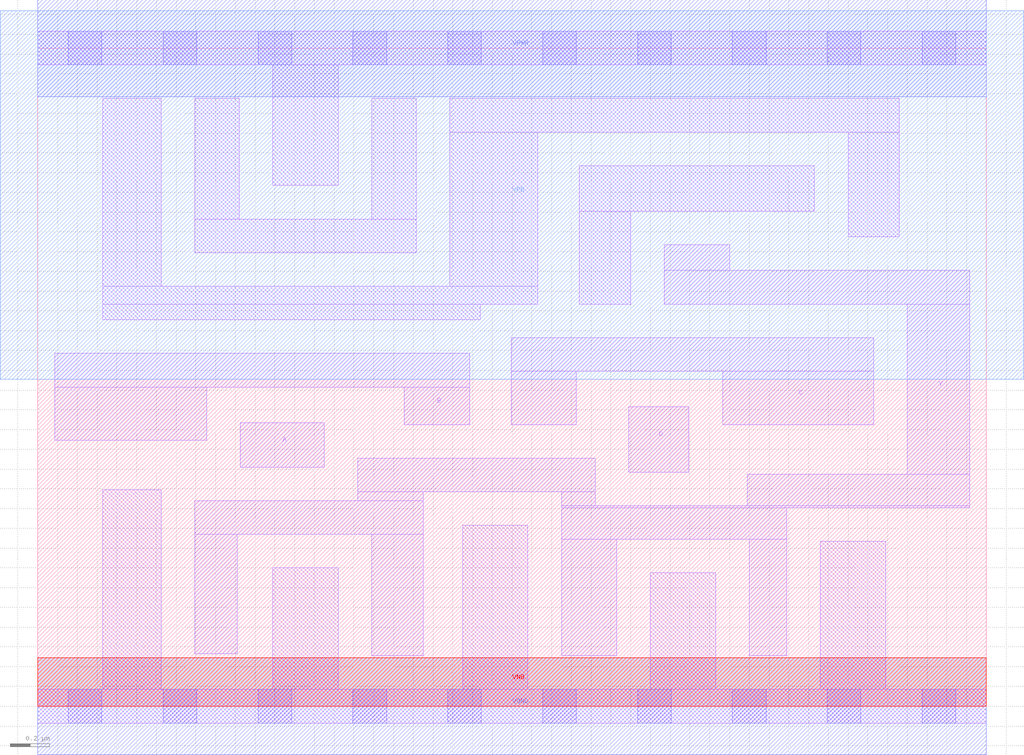
<source format=lef>
# Copyright 2020 The SkyWater PDK Authors
#
# Licensed under the Apache License, Version 2.0 (the "License");
# you may not use this file except in compliance with the License.
# You may obtain a copy of the License at
#
#     https://www.apache.org/licenses/LICENSE-2.0
#
# Unless required by applicable law or agreed to in writing, software
# distributed under the License is distributed on an "AS IS" BASIS,
# WITHOUT WARRANTIES OR CONDITIONS OF ANY KIND, either express or implied.
# See the License for the specific language governing permissions and
# limitations under the License.
#
# SPDX-License-Identifier: Apache-2.0

VERSION 5.7 ;
  NOWIREEXTENSIONATPIN ON ;
  DIVIDERCHAR "/" ;
  BUSBITCHARS "[]" ;
MACRO sky130_fd_sc_lp__nor4_2
  CLASS CORE ;
  FOREIGN sky130_fd_sc_lp__nor4_2 ;
  ORIGIN  0.000000  0.000000 ;
  SIZE  4.800000 BY  3.330000 ;
  SYMMETRY X Y R90 ;
  SITE unit ;
  PIN A
    ANTENNAGATEAREA  0.630000 ;
    DIRECTION INPUT ;
    USE SIGNAL ;
    PORT
      LAYER li1 ;
        RECT 1.025000 1.210000 1.450000 1.435000 ;
    END
  END A
  PIN B
    ANTENNAGATEAREA  0.630000 ;
    DIRECTION INPUT ;
    USE SIGNAL ;
    PORT
      LAYER li1 ;
        RECT 0.085000 1.345000 0.855000 1.615000 ;
        RECT 0.085000 1.615000 2.185000 1.785000 ;
        RECT 1.855000 1.425000 2.185000 1.615000 ;
    END
  END B
  PIN C
    ANTENNAGATEAREA  0.630000 ;
    DIRECTION INPUT ;
    USE SIGNAL ;
    PORT
      LAYER li1 ;
        RECT 2.395000 1.425000 2.725000 1.695000 ;
        RECT 2.395000 1.695000 4.230000 1.865000 ;
        RECT 3.465000 1.425000 4.230000 1.695000 ;
    END
  END C
  PIN D
    ANTENNAGATEAREA  0.630000 ;
    DIRECTION INPUT ;
    USE SIGNAL ;
    PORT
      LAYER li1 ;
        RECT 2.990000 1.185000 3.295000 1.515000 ;
    END
  END D
  PIN Y
    ANTENNADIFFAREA  1.293600 ;
    DIRECTION OUTPUT ;
    USE SIGNAL ;
    PORT
      LAYER li1 ;
        RECT 0.795000 0.265000 1.010000 0.870000 ;
        RECT 0.795000 0.870000 1.950000 1.040000 ;
        RECT 1.620000 1.040000 1.950000 1.085000 ;
        RECT 1.620000 1.085000 2.820000 1.255000 ;
        RECT 1.690000 0.255000 1.950000 0.870000 ;
        RECT 2.650000 0.255000 2.930000 0.845000 ;
        RECT 2.650000 0.845000 3.790000 1.005000 ;
        RECT 2.650000 1.005000 4.715000 1.015000 ;
        RECT 2.650000 1.015000 2.820000 1.085000 ;
        RECT 3.170000 2.035000 4.715000 2.205000 ;
        RECT 3.170000 2.205000 3.500000 2.335000 ;
        RECT 3.590000 1.015000 4.715000 1.175000 ;
        RECT 3.600000 0.255000 3.790000 0.845000 ;
        RECT 4.400000 1.175000 4.715000 2.035000 ;
    END
  END Y
  PIN VGND
    DIRECTION INOUT ;
    USE GROUND ;
    PORT
      LAYER met1 ;
        RECT 0.000000 -0.245000 4.800000 0.245000 ;
    END
  END VGND
  PIN VNB
    DIRECTION INOUT ;
    USE GROUND ;
    PORT
      LAYER pwell ;
        RECT 0.000000 0.000000 4.800000 0.245000 ;
    END
  END VNB
  PIN VPB
    DIRECTION INOUT ;
    USE POWER ;
    PORT
      LAYER nwell ;
        RECT -0.190000 1.655000 4.990000 3.520000 ;
    END
  END VPB
  PIN VPWR
    DIRECTION INOUT ;
    USE POWER ;
    PORT
      LAYER met1 ;
        RECT 0.000000 3.085000 4.800000 3.575000 ;
    END
  END VPWR
  OBS
    LAYER li1 ;
      RECT 0.000000 -0.085000 4.800000 0.085000 ;
      RECT 0.000000  3.245000 4.800000 3.415000 ;
      RECT 0.330000  0.085000 0.625000 1.095000 ;
      RECT 0.330000  1.955000 2.240000 2.035000 ;
      RECT 0.330000  2.035000 2.530000 2.125000 ;
      RECT 0.330000  2.125000 0.625000 3.075000 ;
      RECT 0.795000  2.295000 1.915000 2.465000 ;
      RECT 0.795000  2.465000 1.020000 3.075000 ;
      RECT 1.190000  0.085000 1.520000 0.700000 ;
      RECT 1.190000  2.635000 1.520000 3.245000 ;
      RECT 1.690000  2.465000 1.915000 3.075000 ;
      RECT 2.085000  2.125000 2.530000 2.905000 ;
      RECT 2.085000  2.905000 4.360000 3.075000 ;
      RECT 2.150000  0.085000 2.480000 0.915000 ;
      RECT 2.740000  2.035000 3.000000 2.505000 ;
      RECT 2.740000  2.505000 3.930000 2.735000 ;
      RECT 3.100000  0.085000 3.430000 0.675000 ;
      RECT 3.960000  0.085000 4.290000 0.835000 ;
      RECT 4.100000  2.375000 4.360000 2.905000 ;
    LAYER mcon ;
      RECT 0.155000 -0.085000 0.325000 0.085000 ;
      RECT 0.155000  3.245000 0.325000 3.415000 ;
      RECT 0.635000 -0.085000 0.805000 0.085000 ;
      RECT 0.635000  3.245000 0.805000 3.415000 ;
      RECT 1.115000 -0.085000 1.285000 0.085000 ;
      RECT 1.115000  3.245000 1.285000 3.415000 ;
      RECT 1.595000 -0.085000 1.765000 0.085000 ;
      RECT 1.595000  3.245000 1.765000 3.415000 ;
      RECT 2.075000 -0.085000 2.245000 0.085000 ;
      RECT 2.075000  3.245000 2.245000 3.415000 ;
      RECT 2.555000 -0.085000 2.725000 0.085000 ;
      RECT 2.555000  3.245000 2.725000 3.415000 ;
      RECT 3.035000 -0.085000 3.205000 0.085000 ;
      RECT 3.035000  3.245000 3.205000 3.415000 ;
      RECT 3.515000 -0.085000 3.685000 0.085000 ;
      RECT 3.515000  3.245000 3.685000 3.415000 ;
      RECT 3.995000 -0.085000 4.165000 0.085000 ;
      RECT 3.995000  3.245000 4.165000 3.415000 ;
      RECT 4.475000 -0.085000 4.645000 0.085000 ;
      RECT 4.475000  3.245000 4.645000 3.415000 ;
  END
END sky130_fd_sc_lp__nor4_2
END LIBRARY

</source>
